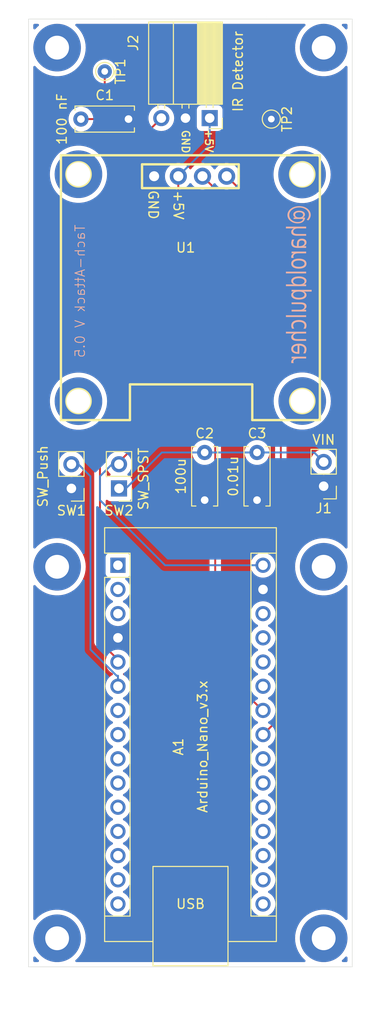
<source format=kicad_pcb>
(kicad_pcb (version 20240108) (generator "pcbnew") (generator_version "8.0")
  (layers (0 "F.Cu" signal) (31 "B.Cu" signal) (34 "B.Paste" user) (35 "F.Paste" user) (36 "B.SilkS" user "B.Silkscreen") (37 "F.SilkS" user "F.Silkscreen") (38 "B.Mask" user) (39 "F.Mask" user) (44 "Edge.Cuts" user))
  (net 0 "")
  (net 2 "A4")
  (net 6 "A5")
  (net 12 "GND")
  (net 15 "+3.7V")
  (net 16 "Net-(A1-D3)")
  (net 29 "Net-(A1-D2)")
  (net 30 "VCC")
  (footprint "Connector_PinHeader_2.54mm:PinHeader_1x02_P2.54mm_Vertical" (layer "F.Cu") (at 126.5 93.275 180)
    (property "Reference" "SW2" (at 0 -2.33 0) (layer "F.SilkS"))
    (property "Value" "SW_SPST" (at -2.573 1 -90) (layer "F.SilkS"))
    (fp_line (start 1.33 1.27) (end 1.33 3.87) (stroke (width 0.12)) (layer "F.SilkS"))
    (fp_line (start -1.33 3.87) (end 1.33 3.87) (stroke (width 0.12)) (layer "F.SilkS"))
    (fp_line (start -1.33 1.27) (end 1.33 1.27) (stroke (width 0.12)) (layer "F.SilkS"))
    (fp_line (start -1.33 1.27) (end -1.33 3.87) (stroke (width 0.12)) (layer "F.SilkS"))
    (fp_line (start -1.33 0) (end -1.33 -1.33) (stroke (width 0.12)) (layer "F.SilkS"))
    (fp_line (start -1.33 -1.33) (end 0 -1.33) (stroke (width 0.12)) (layer "F.SilkS"))
    (pad "1" thru_hole rect (at 0 0 180) (size 1.7 1.7) (drill 1) (layers "*.Cu" "*.Mask") (net 15 "+3.7V"))
    (pad "2" thru_hole oval (at 0 2.54 180) (size 1.7 1.7) (drill 1) (layers "*.Cu" "*.Mask") (net 30 "VCC"))
  )
  (footprint "Capacitor_THT:C_Disc_D6.0mm_W2.5mm_P5.00mm" (layer "F.Cu") (at 141 89.5 -90)
    (property "Reference" "C3" (at -2 0 180) (layer "F.SilkS"))
    (property "Value" "0.01u" (at 2.5 2.5 90) (layer "F.SilkS"))
    (fp_line (start -0.62 1.37) (end 5.62 1.37) (stroke (width 0.12)) (layer "F.SilkS"))
    (fp_line (start -0.62 0.925) (end -0.62 1.37) (stroke (width 0.12)) (layer "F.SilkS"))
    (fp_line (start 5.62 0.925) (end 5.62 1.37) (stroke (width 0.12)) (layer "F.SilkS"))
    (fp_line (start -0.62 -1.37) (end -0.62 -0.925) (stroke (width 0.12)) (layer "F.SilkS"))
    (fp_line (start -0.62 -1.37) (end 5.62 -1.37) (stroke (width 0.12)) (layer "F.SilkS"))
    (fp_line (start 5.62 -1.37) (end 5.62 -0.925) (stroke (width 0.12)) (layer "F.SilkS"))
    (pad "1" thru_hole circle (at 0 0 270) (size 1.6 1.6) (drill 0.8) (layers "*.Cu" "*.Mask") (net 15 "+3.7V"))
    (pad "2" thru_hole circle (at 5 0 270) (size 1.6 1.6) (drill 0.8) (layers "*.Cu" "*.Mask") (net 12 "GND"))
  )
  (footprint "easyeda2kicad:OLED-TH_L27.8-W27.2-P2.54_C9900033791" (layer "F.Cu") (at 134 60.5)
    (property "Reference" "U1" (at -0.5 7.5 0) (layer "F.SilkS"))
    (property "Value" "HS96L03W2C03" (hide yes))
    (fp_line (start -13.6 -2.2) (end 13.6 -2.2) (stroke (width 0.25)) (layer "F.SilkS"))
    (fp_line (start -13.6 25.6) (end -13.6 -2.2) (stroke (width 0.25)) (layer "F.SilkS"))
    (fp_line (start -6.35 21.85) (end -6.35 25.6) (stroke (width 0.25)) (layer "F.SilkS"))
    (fp_line (start -6.35 25.6) (end -13.6 25.6) (stroke (width 0.25)) (layer "F.SilkS"))
    (fp_line (start -5.08 -1.25) (end -5.08 1.25) (stroke (width 0.25)) (layer "F.SilkS"))
    (fp_line (start -5.08 -1.25) (end 5.08 -1.25) (stroke (width 0.25)) (layer "F.SilkS"))
    (fp_line (start -5.08 1.25) (end 5.08 1.25) (stroke (width 0.25)) (layer "F.SilkS"))
    (fp_line (start 5.08 1.25) (end 5.08 -1.25) (stroke (width 0.25)) (layer "F.SilkS"))
    (fp_line (start 6.5 21.85) (end -6.35 21.85) (stroke (width 0.25)) (layer "F.SilkS"))
    (fp_line (start 6.5 25.6) (end 6.5 21.85) (stroke (width 0.25)) (layer "F.SilkS"))
    (fp_line (start 13.6 -2.2) (end 13.6 25.6) (stroke (width 0.25)) (layer "F.SilkS"))
    (fp_line (start 13.6 25.6) (end 6.5 25.6) (stroke (width 0.25)) (layer "F.SilkS"))
    (fp_circle (center -11.75 -0.2) (end -10.48 -0.2) (stroke (width 0.25)) (fill none) (layer "F.SilkS"))
    (fp_circle (center -11.75 23.6) (end -10.48 23.6) (stroke (width 0.25)) (fill none) (layer "F.SilkS"))
    (fp_circle (center 11.75 -0.2) (end 13.02 -0.2) (stroke (width 0.25)) (fill none) (layer "F.SilkS"))
    (fp_circle (center 11.75 23.6) (end 13.02 23.6) (stroke (width 0.25)) (fill none) (layer "F.SilkS"))
    (pad "1" thru_hole rect (at -3.81 0) (size 1.8 1.8) (drill 1.049985) (layers "*.Cu" "*.Mask") (net 12 "GND"))
    (pad "2" thru_hole circle (at -1.27 0) (size 1.8 1.8) (drill 1.049985) (layers "*.Cu" "*.Mask") (net 30 "VCC"))
    (pad "3" thru_hole circle (at 1.27 0) (size 1.8 1.8) (drill 1.049985) (layers "*.Cu" "*.Mask") (net 6 "A5"))
    (pad "4" thru_hole circle (at 3.81 0) (size 1.8 1.8) (drill 1.049985) (layers "*.Cu" "*.Mask") (net 2 "A4"))
  )
  (footprint "Module:Arduino_Nano" (layer "F.Cu") (at 126.39 101.34)
    (property "Reference" "A1" (hide yes))
    (property "Value" "Arduino_Nano_v3.x" (at 8.89 19.05 90) (layer "F.SilkS"))
    (fp_line (start -1.4 -3.94) (end -1.4 -1.27) (stroke (width 0.12)) (layer "F.SilkS"))
    (fp_line (start -1.4 1.27) (end -1.4 39.5) (stroke (width 0.12)) (layer "F.SilkS"))
    (fp_line (start -1.4 39.5) (end 3.68 39.5) (stroke (width 0.12)) (layer "F.SilkS"))
    (fp_line (start 1.27 -1.27) (end -1.4 -1.27) (stroke (width 0.12)) (layer "F.SilkS"))
    (fp_line (start 1.27 1.27) (end -1.4 1.27) (stroke (width 0.12)) (layer "F.SilkS"))
    (fp_line (start 1.27 1.27) (end 1.27 -1.27) (stroke (width 0.12)) (layer "F.SilkS"))
    (fp_line (start 1.27 1.27) (end 1.27 36.83) (stroke (width 0.12)) (layer "F.SilkS"))
    (fp_line (start 1.27 36.83) (end -1.4 36.83) (stroke (width 0.12)) (layer "F.SilkS"))
    (fp_line (start 3.68 31.62) (end 11.56 31.62) (stroke (width 0.12)) (layer "F.SilkS"))
    (fp_line (start 3.68 42.04) (end 3.68 31.62) (stroke (width 0.12)) (layer "F.SilkS"))
    (fp_line (start 11.56 31.62) (end 11.56 42.04) (stroke (width 0.12)) (layer "F.SilkS"))
    (fp_line (start 11.56 42.04) (end 3.68 42.04) (stroke (width 0.12)) (layer "F.SilkS"))
    (fp_line (start 13.97 -1.27) (end 13.97 36.83) (stroke (width 0.12)) (layer "F.SilkS"))
    (fp_line (start 13.97 -1.27) (end 16.64 -1.27) (stroke (width 0.12)) (layer "F.SilkS"))
    (fp_line (start 13.97 36.83) (end 16.64 36.83) (stroke (width 0.12)) (layer "F.SilkS"))
    (fp_line (start 16.64 -3.94) (end -1.4 -3.94) (stroke (width 0.12)) (layer "F.SilkS"))
    (fp_line (start 16.64 39.5) (end 11.56 39.5) (stroke (width 0.12)) (layer "F.SilkS"))
    (fp_line (start 16.64 39.5) (end 16.64 -3.94) (stroke (width 0.12)) (layer "F.SilkS"))
    (fp_text user "${REFERENCE}" (at 6.35 19.05 90) (layer "F.SilkS"))
    (fp_text user "USB" (at 7.62 35.56 0) (layer "F.SilkS"))
    (pad "1" thru_hole rect (at 0 0) (size 1.6 1.6) (drill 1) (layers "*.Cu" "*.Mask"))
    (pad "2" thru_hole oval (at 0 2.54) (size 1.6 1.6) (drill 1) (layers "*.Cu" "*.Mask"))
    (pad "3" thru_hole oval (at 0 5.08) (size 1.6 1.6) (drill 1) (layers "*.Cu" "*.Mask"))
    (pad "4" thru_hole oval (at 0 7.62) (size 1.6 1.6) (drill 1) (layers "*.Cu" "*.Mask") (net 12 "GND"))
    (pad "5" thru_hole oval (at 0 10.16) (size 1.6 1.6) (drill 1) (layers "*.Cu" "*.Mask") (net 29 "Net-(A1-D2)"))
    (pad "6" thru_hole oval (at 0 12.7) (size 1.6 1.6) (drill 1) (layers "*.Cu" "*.Mask") (net 16 "Net-(A1-D3)"))
    (pad "7" thru_hole oval (at 0 15.24) (size 1.6 1.6) (drill 1) (layers "*.Cu" "*.Mask"))
    (pad "8" thru_hole oval (at 0 17.78) (size 1.6 1.6) (drill 1) (layers "*.Cu" "*.Mask"))
    (pad "9" thru_hole oval (at 0 20.32) (size 1.6 1.6) (drill 1) (layers "*.Cu" "*.Mask"))
    (pad "10" thru_hole oval (at 0 22.86) (size 1.6 1.6) (drill 1) (layers "*.Cu" "*.Mask"))
    (pad "11" thru_hole oval (at 0 25.4) (size 1.6 1.6) (drill 1) (layers "*.Cu" "*.Mask"))
    (pad "12" thru_hole oval (at 0 27.94) (size 1.6 1.6) (drill 1) (layers "*.Cu" "*.Mask"))
    (pad "13" thru_hole oval (at 0 30.48) (size 1.6 1.6) (drill 1) (layers "*.Cu" "*.Mask"))
    (pad "14" thru_hole oval (at 0 33.02) (size 1.6 1.6) (drill 1) (layers "*.Cu" "*.Mask"))
    (pad "15" thru_hole oval (at 0 35.56) (size 1.6 1.6) (drill 1) (layers "*.Cu" "*.Mask"))
    (pad "16" thru_hole oval (at 15.24 35.56) (size 1.6 1.6) (drill 1) (layers "*.Cu" "*.Mask"))
    (pad "17" thru_hole oval (at 15.24 33.02) (size 1.6 1.6) (drill 1) (layers "*.Cu" "*.Mask"))
    (pad "18" thru_hole oval (at 15.24 30.48) (size 1.6 1.6) (drill 1) (layers "*.Cu" "*.Mask"))
    (pad "19" thru_hole oval (at 15.24 27.94) (size 1.6 1.6) (drill 1) (layers "*.Cu" "*.Mask"))
    (pad "20" thru_hole oval (at 15.24 25.4) (size 1.6 1.6) (drill 1) (layers "*.Cu" "*.Mask"))
    (pad "21" thru_hole oval (at 15.24 22.86) (size 1.6 1.6) (drill 1) (layers "*.Cu" "*.Mask"))
    (pad "22" thru_hole oval (at 15.24 20.32) (size 1.6 1.6) (drill 1) (layers "*.Cu" "*.Mask"))
    (pad "23" thru_hole oval (at 15.24 17.78) (size 1.6 1.6) (drill 1) (layers "*.Cu" "*.Mask") (net 2 "A4"))
    (pad "24" thru_hole oval (at 15.24 15.24) (size 1.6 1.6) (drill 1) (layers "*.Cu" "*.Mask") (net 6 "A5"))
    (pad "25" thru_hole oval (at 15.24 12.7) (size 1.6 1.6) (drill 1) (layers "*.Cu" "*.Mask"))
    (pad "26" thru_hole oval (at 15.24 10.16) (size 1.6 1.6) (drill 1) (layers "*.Cu" "*.Mask"))
    (pad "27" thru_hole oval (at 15.24 7.62) (size 1.6 1.6) (drill 1) (layers "*.Cu" "*.Mask"))
    (pad "28" thru_hole oval (at 15.24 5.08) (size 1.6 1.6) (drill 1) (layers "*.Cu" "*.Mask"))
    (pad "29" thru_hole oval (at 15.24 2.54) (size 1.6 1.6) (drill 1) (layers "*.Cu" "*.Mask") (net 12 "GND"))
    (pad "30" thru_hole oval (at 15.24 0) (size 1.6 1.6) (drill 1) (layers "*.Cu" "*.Mask") (net 30 "VCC"))
  )
  (footprint "MountingHole:MountingHole_2.5mm_Pad" (layer "F.Cu") (at 120 140.5)
    (property "Reference" "H5" (hide yes))
    (property "Value" "MountingHole" (hide yes))
    (pad "1" thru_hole circle (at 0 0) (size 5 5) (drill 2.5) (layers "*.Cu" "*.Mask"))
  )
  (footprint "MountingHole:MountingHole_2.5mm_Pad" (layer "F.Cu") (at 145.75 84.1)
    (property "Reference" "H7" (hide yes))
    (property "Value" "MountingHole" (hide yes))
    (pad "1" thru_hole circle (at 0 0) (size 5 5) (drill 2.5) (layers "*.Cu" "*.Mask"))
  )
  (footprint "MountingHole:MountingHole_2.5mm_Pad" (layer "F.Cu") (at 148 47)
    (property "Reference" "H2" (hide yes))
    (property "Value" "MountingHole" (hide yes))
    (pad "1" thru_hole circle (at 0 0) (size 5 5) (drill 2.5) (layers "*.Cu" "*.Mask"))
  )
  (footprint "Connector_PinHeader_2.54mm:PinHeader_1x02_P2.54mm_Vertical" (layer "F.Cu") (at 148 93.04 180)
    (property "Reference" "J1" (at 0 -2.33 0) (layer "F.SilkS"))
    (property "Value" "VIN" (at 0 4.87 0) (layer "F.SilkS"))
    (fp_line (start 1.33 1.27) (end 1.33 3.87) (stroke (width 0.12)) (layer "F.SilkS"))
    (fp_line (start -1.33 3.87) (end 1.33 3.87) (stroke (width 0.12)) (layer "F.SilkS"))
    (fp_line (start -1.33 1.27) (end 1.33 1.27) (stroke (width 0.12)) (layer "F.SilkS"))
    (fp_line (start -1.33 1.27) (end -1.33 3.87) (stroke (width 0.12)) (layer "F.SilkS"))
    (fp_line (start -1.33 0) (end -1.33 -1.33) (stroke (width 0.12)) (layer "F.SilkS"))
    (fp_line (start -1.33 -1.33) (end 0 -1.33) (stroke (width 0.12)) (layer "F.SilkS"))
    (pad "1" thru_hole rect (at 0 0 180) (size 1.7 1.7) (drill 1) (layers "*.Cu" "*.Mask") (net 12 "GND"))
    (pad "2" thru_hole oval (at 0 2.54 180) (size 1.7 1.7) (drill 1) (layers "*.Cu" "*.Mask") (net 15 "+3.7V"))
  )
  (footprint "Connector_PinSocket_2.54mm:PinSocket_1x03_P2.54mm_Horizontal" (layer "F.Cu") (at 136.025 54.4 -90)
    (property "Reference" "J2" (at -7.9 8.025 90) (layer "F.SilkS"))
    (property "Value" "IR Detector" (at -4.9 -2.975 90) (layer "F.SilkS"))
    (fp_line (start -10.09 6.41) (end -1.46 6.41) (stroke (width 0.12)) (layer "F.SilkS"))
    (fp_line (start -1.46 5.44) (end -1.05 5.44) (stroke (width 0.12)) (layer "F.SilkS"))
    (fp_line (start -1.46 4.72) (end -1.05 4.72) (stroke (width 0.12)) (layer "F.SilkS"))
    (fp_line (start -10.09 3.81) (end -1.46 3.81) (stroke (width 0.12)) (layer "F.SilkS"))
    (fp_line (start -1.46 2.9) (end -1.05 2.9) (stroke (width 0.12)) (layer "F.SilkS"))
    (fp_line (start -1.46 2.18) (end -1.05 2.18) (stroke (width 0.12)) (layer "F.SilkS"))
    (fp_line (start -10.09 1.27) (end -1.46 1.27) (stroke (width 0.12)) (layer "F.SilkS"))
    (fp_line (start -10.09 1.1519) (end -1.46 1.1519) (stroke (width 0.12)) (layer "F.SilkS"))
    (fp_line (start -10.09 1.033805) (end -1.46 1.033805) (stroke (width 0.12)) (layer "F.SilkS"))
    (fp_line (start -10.09 0.91571) (end -1.46 0.91571) (stroke (width 0.12)) (layer "F.SilkS"))
    (fp_line (start -10.09 0.797615) (end -1.46 0.797615) (stroke (width 0.12)) (layer "F.SilkS"))
    (fp_line (start -10.09 0.67952) (end -1.46 0.67952) (stroke (width 0.12)) (layer "F.SilkS"))
    (fp_line (start -10.09 0.561425) (end -1.46 0.561425) (stroke (width 0.12)) (layer "F.SilkS"))
    (fp_line (start -10.09 0.44333) (end -1.46 0.44333) (stroke (width 0.12)) (layer "F.SilkS"))
    (fp_line (start -1.46 0.36) (end -1.11 0.36) (stroke (width 0.12)) (layer "F.SilkS"))
    (fp_line (start -10.09 0.325235) (end -1.46 0.325235) (stroke (width 0.12)) (layer "F.SilkS"))
    (fp_line (start -10.09 0.20714) (end -1.46 0.20714) (stroke (width 0.12)) (layer "F.SilkS"))
    (fp_line (start -10.09 0.089045) (end -1.46 0.089045) (stroke (width 0.12)) (layer "F.SilkS"))
    (fp_line (start -10.09 -0.02905) (end -1.46 -0.02905) (stroke (width 0.12)) (layer "F.SilkS"))
    (fp_line (start -10.09 -0.147145) (end -1.46 -0.147145) (stroke (width 0.12)) (layer "F.SilkS"))
    (fp_line (start -10.09 -0.26524) (end -1.46 -0.26524) (stroke (width 0.12)) (layer "F.SilkS"))
    (fp_line (start -1.46 -0.36) (end -1.11 -0.36) (stroke (width 0.12)) (layer "F.SilkS"))
    (fp_line (start -10.09 -0.383335) (end -1.46 -0.383335) (stroke (width 0.12)) (layer "F.SilkS"))
    (fp_line (start -10.09 -0.50143) (end -1.46 -0.50143) (stroke (width 0.12)) (layer "F.SilkS"))
    (fp_line (start -10.09 -0.619525) (end -1.46 -0.619525) (stroke (width 0.12)) (layer "F.SilkS"))
    (fp_line (start -10.09 -0.73762) (end -1.46 -0.73762) (stroke (width 0.12)) (layer "F.SilkS"))
    (fp_line (start -10.09 -0.855715) (end -1.46 -0.855715) (stroke (width 0.12)) (layer "F.SilkS"))
    (fp_line (start -10.09 -0.97381) (end -1.46 -0.97381) (stroke (width 0.12)) (layer "F.SilkS"))
    (fp_line (start -10.09 -1.091905) (end -1.46 -1.091905) (stroke (width 0.12)) (layer "F.SilkS"))
    (fp_line (start -10.09 -1.21) (end -1.46 -1.21) (stroke (width 0.12)) (layer "F.SilkS"))
    (fp_line (start -10.09 -1.33) (end -10.09 6.41) (stroke (width 0.12)) (layer "F.SilkS"))
    (fp_line (start -10.09 -1.33) (end -1.46 -1.33) (stroke (width 0.12)) (layer "F.SilkS"))
    (fp_line (start -1.46 -1.33) (end -1.46 6.41) (stroke (width 0.12)) (layer "F.SilkS"))
    (fp_line (start 0 -1.33) (end 1.11 -1.33) (stroke (width 0.12)) (layer "F.SilkS"))
    (fp_line (start 1.11 -1.33) (end 1.11 0) (stroke (width 0.12)) (layer "F.SilkS"))
    (pad "1" thru_hole rect (at 0 0 270) (size 1.7 1.7) (drill 1) (layers "*.Cu" "*.Mask") (net 30 "VCC"))
    (pad "2" thru_hole oval (at 0 2.54 270) (size 1.7 1.7) (drill 1) (layers "*.Cu" "*.Mask") (net 12 "GND"))
    (pad "3" thru_hole oval (at 0 5.08 270) (size 1.7 1.7) (drill 1) (layers "*.Cu" "*.Mask") (net 29 "Net-(A1-D2)"))
  )
  (footprint "TestPoint:TestPoint_THTPad_D1.5mm_Drill0.7mm" (layer "F.Cu") (at 125 49.5 -90)
    (property "Reference" "TP1" (at 0 -1.648 90) (layer "F.SilkS"))
    (property "Value" "Out")
    (fp_circle (center 0 0) (end 0 0.95) (stroke (width 0.12)) (fill none) (layer "F.SilkS"))
    (pad "1" thru_hole circle (at 0 0 270) (size 1.5 1.5) (drill 0.7) (layers "*.Cu" "*.Mask") (net 29 "Net-(A1-D2)"))
  )
  (footprint "MountingHole:MountingHole_2.5mm_Pad" (layer "F.Cu") (at 120 101.5)
    (property "Reference" "H3" (hide yes))
    (property "Value" "MountingHole" (hide yes))
    (pad "1" thru_hole circle (at 0 0) (size 5 5) (drill 2.5) (layers "*.Cu" "*.Mask"))
  )
  (footprint "TestPoint:TestPoint_THTPad_D1.5mm_Drill0.7mm" (layer "F.Cu") (at 142.5 54.5 -90)
    (property "Reference" "TP2" (at 0 -1.648 90) (layer "F.SilkS"))
    (property "Value" "GND")
    (fp_circle (center 0 0) (end 0 0.95) (stroke (width 0.12)) (fill none) (layer "F.SilkS"))
    (pad "1" thru_hole circle (at 0 0 270) (size 1.5 1.5) (drill 0.7) (layers "*.Cu" "*.Mask") (net 12 "GND"))
  )
  (footprint "MountingHole:MountingHole_2.5mm_Pad" (layer "F.Cu") (at 148 140.5)
    (property "Reference" "H6" (hide yes))
    (property "Value" "MountingHole" (hide yes))
    (pad "1" thru_hole circle (at 0 0) (size 5 5) (drill 2.5) (layers "*.Cu" "*.Mask"))
  )
  (footprint "Capacitor_THT:C_Disc_D6.0mm_W2.5mm_P5.00mm" (layer "F.Cu") (at 135.5 89.5 -90)
    (property "Reference" "C2" (at -2 0 180) (layer "F.SilkS"))
    (property "Value" "100u" (at 2.5 2.5 90) (layer "F.SilkS"))
    (fp_line (start -0.62 1.37) (end 5.62 1.37) (stroke (width 0.12)) (layer "F.SilkS"))
    (fp_line (start -0.62 0.925) (end -0.62 1.37) (stroke (width 0.12)) (layer "F.SilkS"))
    (fp_line (start 5.62 0.925) (end 5.62 1.37) (stroke (width 0.12)) (layer "F.SilkS"))
    (fp_line (start -0.62 -1.37) (end -0.62 -0.925) (stroke (width 0.12)) (layer "F.SilkS"))
    (fp_line (start -0.62 -1.37) (end 5.62 -1.37) (stroke (width 0.12)) (layer "F.SilkS"))
    (fp_line (start 5.62 -1.37) (end 5.62 -0.925) (stroke (width 0.12)) (layer "F.SilkS"))
    (pad "1" thru_hole circle (at 0 0 270) (size 1.6 1.6) (drill 0.8) (layers "*.Cu" "*.Mask") (net 15 "+3.7V"))
    (pad "2" thru_hole circle (at 5 0 270) (size 1.6 1.6) (drill 0.8) (layers "*.Cu" "*.Mask") (net 12 "GND"))
  )
  (footprint "MountingHole:MountingHole_2.5mm_Pad" (layer "F.Cu") (at 122.2424 84.115)
    (property "Reference" "H8" (hide yes))
    (property "Value" "MountingHole" (hide yes))
    (pad "1" thru_hole circle (at 0 0) (size 5 5) (drill 2.5) (layers "*.Cu" "*.Mask"))
  )
  (footprint "MountingHole:MountingHole_2.5mm_Pad" (layer "F.Cu") (at 120 47)
    (property "Reference" "H1" (hide yes))
    (property "Value" "MountingHole" (hide yes))
    (pad "1" thru_hole circle (at 0 0) (size 5 5) (drill 2.5) (layers "*.Cu" "*.Mask"))
  )
  (footprint "MountingHole:MountingHole_2.5mm_Pad" (layer "F.Cu") (at 148 101.5)
    (property "Reference" "H4" (hide yes))
    (property "Value" "MountingHole" (hide yes))
    (pad "1" thru_hole circle (at 0 0) (size 5 5) (drill 2.5) (layers "*.Cu" "*.Mask"))
  )
  (footprint "MountingHole:MountingHole_2.5mm_Pad" (layer "F.Cu") (at 122.2397 60.2909)
    (property "Reference" "H10" (hide yes))
    (property "Value" "MountingHole" (hide yes))
    (pad "1" thru_hole circle (at 0 0) (size 5 5) (drill 2.5) (layers "*.Cu" "*.Mask"))
  )
  (footprint "Connector_PinHeader_2.54mm:PinHeader_1x02_P2.54mm_Vertical" (layer "F.Cu") (at 121.5 93.275 180)
    (property "Reference" "SW1" (at 0 -2.33 0) (layer "F.SilkS"))
    (property "Value" "SW_Push" (at 3 1.275 90) (layer "F.SilkS"))
    (fp_line (start 1.33 1.27) (end 1.33 3.87) (stroke (width 0.12)) (layer "F.SilkS"))
    (fp_line (start -1.33 3.87) (end 1.33 3.87) (stroke (width 0.12)) (layer "F.SilkS"))
    (fp_line (start -1.33 1.27) (end 1.33 1.27) (stroke (width 0.12)) (layer "F.SilkS"))
    (fp_line (start -1.33 1.27) (end -1.33 3.87) (stroke (width 0.12)) (layer "F.SilkS"))
    (fp_line (start -1.33 0) (end -1.33 -1.33) (stroke (width 0.12)) (layer "F.SilkS"))
    (fp_line (start -1.33 -1.33) (end 0 -1.33) (stroke (width 0.12)) (layer "F.SilkS"))
    (pad "1" thru_hole rect (at 0 0 180) (size 1.7 1.7) (drill 1) (layers "*.Cu" "*.Mask") (net 12 "GND"))
    (pad "2" thru_hole oval (at 0 2.54 180) (size 1.7 1.7) (drill 1) (layers "*.Cu" "*.Mask") (net 16 "Net-(A1-D3)"))
  )
  (footprint "MountingHole:MountingHole_2.5mm_Pad" (layer "F.Cu") (at 145.7324 60.3205)
    (property "Reference" "H9" (hide yes))
    (property "Value" "MountingHole" (hide yes))
    (pad "1" thru_hole circle (at 0 0) (size 5 5) (drill 2.5) (layers "*.Cu" "*.Mask"))
  )
  (footprint "Capacitor_THT:C_Disc_D6.0mm_W2.5mm_P5.00mm" (layer "F.Cu") (at 127.5 54.5 180)
    (property "Reference" "C1" (at 2.5 2.5 0) (layer "F.SilkS"))
    (property "Value" "100 nF" (at 7 0 90) (layer "F.SilkS"))
    (fp_line (start 5.62 0.925) (end 5.62 1.37) (stroke (width 0.12)) (layer "F.SilkS"))
    (fp_line (start 5.62 -1.37) (end 5.62 -0.925) (stroke (width 0.12)) (layer "F.SilkS"))
    (fp_line (start -0.62 1.37) (end 5.62 1.37) (stroke (width 0.12)) (layer "F.SilkS"))
    (fp_line (start -0.62 0.925) (end -0.62 1.37) (stroke (width 0.12)) (layer "F.SilkS"))
    (fp_line (start -0.62 -1.37) (end 5.62 -1.37) (stroke (width 0.12)) (layer "F.SilkS"))
    (fp_line (start -0.62 -1.37) (end -0.62 -0.925) (stroke (width 0.12)) (layer "F.SilkS"))
    (pad "1" thru_hole circle (at 0 0 180) (size 1.6 1.6) (drill 0.8) (layers "*.Cu" "*.Mask") (net 12 "GND"))
    (pad "2" thru_hole circle (at 5 0 180) (size 1.6 1.6) (drill 0.8) (layers "*.Cu" "*.Mask") (net 29 "Net-(A1-D2)"))
  )
  (gr_line (start 151 44) (end 142 44) (stroke (width 0.05)) (layer "Edge.Cuts"))
  (gr_line (start 151 143.5) (end 151 44) (stroke (width 0.05)) (layer "Edge.Cuts"))
  (gr_line (start 117 44) (end 126 44) (stroke (width 0.05)) (layer "Edge.Cuts"))
  (gr_line (start 117 44) (end 117 143.5) (stroke (width 0.05)) (layer "Edge.Cuts"))
  (gr_line (start 142 44) (end 126 44) (stroke (width 0.05)) (layer "Edge.Cuts"))
  (gr_line (start 117 143.5) (end 151 143.5) (stroke (width 0.05)) (layer "Edge.Cuts"))
  (gr_text "@haroldpulcher" (at 146.5 63.5 90) (layer "B.SilkS") (effects (font (size 2 1.5) (thickness 0.25)) (justify left bottom mirror)))
  (gr_text "Tach-Attack V 0.5" (at 123 65.5 90) (layer "B.SilkS") (effects (font (size 1 1) (thickness 0.1)) (justify left bottom mirror)))
  (gr_text "+5V\n" (at 132.737965 63.528683 -90) (layer "F.SilkS") (effects (font (size 1 1))))
  (gr_text "GND\n" (at 130.09906 63.5 -90) (layer "F.SilkS") (effects (font (size 1 1))))
  (gr_text "GND" (at 133.499308 56.871268 270) (layer "F.SilkS") (effects (font (size 0.8 0.8))))
  (gr_text "+5V\n" (at 135.951769 56.774461 270) (layer "F.SilkS") (effects (font (size 0.8 0.8))))
  (segment (start 141.63 119.12) (end 143.5 117.25) (width 0.2) (layer "F.Cu") (net 2))
  (segment (start 142 85.5) (end 142 82.5) (width 0.2) (layer "F.Cu") (net 2))
  (segment (start 143.5 87) (end 142 85.5) (width 0.2) (layer "F.Cu") (net 2))
  (segment (start 143.5 66.19) (end 137.81 60.5) (width 0.2) (layer "F.Cu") (net 2))
  (segment (start 143.5 117.25) (end 143.5 87) (width 0.2) (layer "F.Cu") (net 2))
  (segment (start 143.5 81) (end 143.5 66.19) (width 0.2) (layer "F.Cu") (net 2))
  (segment (start 142 82.5) (end 143.5 81) (width 0.2) (layer "F.Cu") (net 2))
  (segment (start 141.63 116.58) (end 141.58 116.58) (width 0.2) (layer "F.Cu") (net 6))
  (segment (start 136.61 61.8398) (end 135.27 60.5) (width 0.2) (layer "F.Cu") (net 6))
  (segment (start 141.58 116.58) (end 136.61 111.61) (width 0.2) (layer "F.Cu") (net 6))
  (segment (start 136.61 111.61) (end 136.61 61.8398) (width 0.2) (layer "F.Cu") (net 6))
  (segment (start 131 89.5) (end 135.5 89.5) (width 0.2) (layer "B.Cu") (net 15))
  (segment (start 141 89.5) (end 135.5 89.5) (width 0.2) (layer "B.Cu") (net 15))
  (segment (start 127.225 93.275) (end 131 89.5) (width 0.2) (layer "B.Cu") (net 15))
  (segment (start 126.5 93.275) (end 127.225 93.275) (width 0.2) (layer "B.Cu") (net 15))
  (segment (start 147 89.5) (end 141 89.5) (width 0.2) (layer "B.Cu") (net 15))
  (segment (start 148 90.5) (end 147 89.5) (width 0.2) (layer "B.Cu") (net 15))
  (segment (start 123.5 110.186) (end 126.252 112.938) (width 0.2) (layer "B.Cu") (net 16))
  (segment (start 121.5 90.735) (end 122.235 90.735) (width 0.2) (layer "B.Cu") (net 16))
  (segment (start 126.252 112.938) (end 126.39 112.938) (width 0.2) (layer "B.Cu") (net 16))
  (segment (start 126.39 112.938) (end 126.39 114.04) (width 0.2) (layer "B.Cu") (net 16))
  (segment (start 123.5 92) (end 123.5 110.186) (width 0.2) (layer "B.Cu") (net 16))
  (segment (start 122.235 90.735) (end 123.5 92) (width 0.2) (layer "B.Cu") (net 16))
  (segment (start 126 85.5) (end 126 56.5985) (width 0.2) (layer "F.Cu") (net 29))
  (segment (start 122.5 54.5) (end 124.099 54.5) (width 0.2) (layer "F.Cu") (net 29))
  (segment (start 125 49.5) (end 125 53.5988) (width 0.2) (layer "F.Cu") (net 29))
  (segment (start 126.0985 56.5) (end 128.845 56.5) (width 0.2) (layer "F.Cu") (net 29))
  (segment (start 124.5 109.368299) (end 124.5 87) (width 0.2) (layer "F.Cu") (net 29))
  (segment (start 124.5 87) (end 126 85.5) (width 0.2) (layer "F.Cu") (net 29))
  (segment (start 128.845 56.5) (end 130.945 54.4) (width 0.2) (layer "F.Cu") (net 29))
  (segment (start 126.39 111.258299) (end 124.5 109.368299) (width 0.2) (layer "F.Cu") (net 29))
  (segment (start 125.276 55.6775) (end 126.0985 56.5) (width 0.2) (layer "F.Cu") (net 29))
  (segment (start 126.39 111.5) (end 126.39 111.258299) (width 0.2) (layer "F.Cu") (net 29))
  (segment (start 124.099 54.5) (end 125.276 55.6775) (width 0.2) (layer "F.Cu") (net 29))
  (segment (start 126 56.5985) (end 126.0985 56.5) (width 0.2) (layer "F.Cu") (net 29))
  (segment (start 125 53.5988) (end 124.099 54.5) (width 0.2) (layer "F.Cu") (net 29))
  (segment (start 126.5 90.5) (end 132.73 84.27) (width 0.2) (layer "F.Cu") (net 30))
  (segment (start 126.5 90.735) (end 126.5 90.5) (width 0.2) (layer "F.Cu") (net 30))
  (segment (start 132.73 84.27) (end 132.73 60.5) (width 0.2) (layer "F.Cu") (net 30))
  (segment (start 124.5 94.5) (end 131.34 101.34) (width 0.2) (layer "B.Cu") (net 30))
  (segment (start 124.5 92) (end 124.5 94.5) (width 0.2) (layer "B.Cu") (net 30))
  (segment (start 125.765 90.735) (end 124.5 92) (width 0.2) (layer "B.Cu") (net 30))
  (segment (start 136.025 57.205) (end 132.73 60.5) (width 0.2) (layer "B.Cu") (net 30))
  (segment (start 136.025 54.4) (end 136.025 57.205) (width 0.2) (layer "B.Cu") (net 30))
  (segment (start 126.5 90.735) (end 125.765 90.735) (width 0.2) (layer "B.Cu") (net 30))
  (segment (start 131.34 101.34) (end 141.63 101.34) (width 0.2) (layer "B.Cu") (net 30))
  (zone (net 12) (net_name "GND") (layers "F&B.Cu") (name "GND") (connect_pads yes (clearance 0.5)) (min_thickness 0.25) (fill yes (thermal_gap 0.5) (thermal_bridge_width 0.5) (island_removal_mode 1) (island_area_min 10))
    (polygon (pts (xy 114 42) (xy 153 42) (xy 153 141.5) (xy 151.5 143) (xy 153.5 143) (xy 153.5 146.5) (xy 150.5 149.5) (xy 115.5 149.5) (xy 114 148)))
  )
)
</source>
